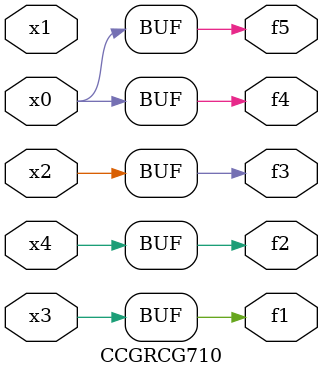
<source format=v>
module CCGRCG710(
	input x0, x1, x2, x3, x4,
	output f1, f2, f3, f4, f5
);
	assign f1 = x3;
	assign f2 = x4;
	assign f3 = x2;
	assign f4 = x0;
	assign f5 = x0;
endmodule

</source>
